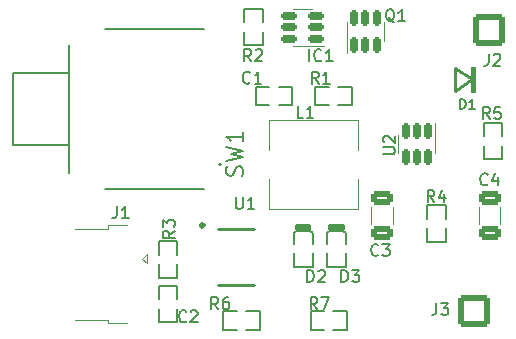
<source format=gto>
%TF.GenerationSoftware,KiCad,Pcbnew,(6.0.8)*%
%TF.CreationDate,2022-10-25T00:07:16-04:00*%
%TF.ProjectId,403_charger_v2,3430335f-6368-4617-9267-65725f76322e,rev?*%
%TF.SameCoordinates,Original*%
%TF.FileFunction,Legend,Top*%
%TF.FilePolarity,Positive*%
%FSLAX46Y46*%
G04 Gerber Fmt 4.6, Leading zero omitted, Abs format (unit mm)*
G04 Created by KiCad (PCBNEW (6.0.8)) date 2022-10-25 00:07:16*
%MOMM*%
%LPD*%
G01*
G04 APERTURE LIST*
G04 Aperture macros list*
%AMRoundRect*
0 Rectangle with rounded corners*
0 $1 Rounding radius*
0 $2 $3 $4 $5 $6 $7 $8 $9 X,Y pos of 4 corners*
0 Add a 4 corners polygon primitive as box body*
4,1,4,$2,$3,$4,$5,$6,$7,$8,$9,$2,$3,0*
0 Add four circle primitives for the rounded corners*
1,1,$1+$1,$2,$3*
1,1,$1+$1,$4,$5*
1,1,$1+$1,$6,$7*
1,1,$1+$1,$8,$9*
0 Add four rect primitives between the rounded corners*
20,1,$1+$1,$2,$3,$4,$5,0*
20,1,$1+$1,$4,$5,$6,$7,0*
20,1,$1+$1,$6,$7,$8,$9,0*
20,1,$1+$1,$8,$9,$2,$3,0*%
G04 Aperture macros list end*
%ADD10C,0.150000*%
%ADD11C,0.120000*%
%ADD12C,0.200000*%
%ADD13C,0.254000*%
%ADD14C,0.010000*%
%ADD15C,0.127000*%
%ADD16C,0.300000*%
%ADD17RoundRect,0.250000X0.650000X-0.325000X0.650000X0.325000X-0.650000X0.325000X-0.650000X-0.325000X0*%
%ADD18R,0.930000X0.980000*%
%ADD19R,1.650000X0.400000*%
%ADD20R,1.500000X2.000000*%
%ADD21R,2.000000X1.350000*%
%ADD22R,2.500000X1.430000*%
%ADD23O,1.500000X1.100000*%
%ADD24O,1.700000X1.350000*%
%ADD25R,0.700000X1.825000*%
%ADD26R,0.980000X0.930000*%
%ADD27R,1.600000X2.200000*%
%ADD28RoundRect,0.150000X0.150000X-0.512500X0.150000X0.512500X-0.150000X0.512500X-0.150000X-0.512500X0*%
%ADD29R,1.800000X1.700000*%
%ADD30RoundRect,0.150000X0.512500X0.150000X-0.512500X0.150000X-0.512500X-0.150000X0.512500X-0.150000X0*%
%ADD31R,2.775000X2.775000*%
%ADD32C,2.775000*%
%ADD33RoundRect,0.150000X-0.150000X0.512500X-0.150000X-0.512500X0.150000X-0.512500X0.150000X0.512500X0*%
%ADD34RoundRect,0.250000X1.125000X1.125000X-1.125000X1.125000X-1.125000X-1.125000X1.125000X-1.125000X0*%
%ADD35C,2.750000*%
%ADD36R,2.900000X4.000000*%
%ADD37O,1.600000X0.600000*%
%ADD38RoundRect,0.250000X-0.650000X0.325000X-0.650000X-0.325000X0.650000X-0.325000X0.650000X0.325000X0*%
G04 APERTURE END LIST*
D10*
%TO.C,C4*%
X174148333Y-73282142D02*
X174100714Y-73329761D01*
X173957857Y-73377380D01*
X173862619Y-73377380D01*
X173719761Y-73329761D01*
X173624523Y-73234523D01*
X173576904Y-73139285D01*
X173529285Y-72948809D01*
X173529285Y-72805952D01*
X173576904Y-72615476D01*
X173624523Y-72520238D01*
X173719761Y-72425000D01*
X173862619Y-72377380D01*
X173957857Y-72377380D01*
X174100714Y-72425000D01*
X174148333Y-72472619D01*
X175005476Y-72710714D02*
X175005476Y-73377380D01*
X174767380Y-72329761D02*
X174529285Y-73044047D01*
X175148333Y-73044047D01*
%TO.C,R7*%
X159733333Y-83877380D02*
X159400000Y-83401190D01*
X159161904Y-83877380D02*
X159161904Y-82877380D01*
X159542857Y-82877380D01*
X159638095Y-82925000D01*
X159685714Y-82972619D01*
X159733333Y-83067857D01*
X159733333Y-83210714D01*
X159685714Y-83305952D01*
X159638095Y-83353571D01*
X159542857Y-83401190D01*
X159161904Y-83401190D01*
X160066666Y-82877380D02*
X160733333Y-82877380D01*
X160304761Y-83877380D01*
%TO.C,J1*%
X142766666Y-75177380D02*
X142766666Y-75891666D01*
X142719047Y-76034523D01*
X142623809Y-76129761D01*
X142480952Y-76177380D01*
X142385714Y-76177380D01*
X143766666Y-76177380D02*
X143195238Y-76177380D01*
X143480952Y-76177380D02*
X143480952Y-75177380D01*
X143385714Y-75320238D01*
X143290476Y-75415476D01*
X143195238Y-75463095D01*
%TO.C,R2*%
X154133333Y-62877380D02*
X153800000Y-62401190D01*
X153561904Y-62877380D02*
X153561904Y-61877380D01*
X153942857Y-61877380D01*
X154038095Y-61925000D01*
X154085714Y-61972619D01*
X154133333Y-62067857D01*
X154133333Y-62210714D01*
X154085714Y-62305952D01*
X154038095Y-62353571D01*
X153942857Y-62401190D01*
X153561904Y-62401190D01*
X154514285Y-61972619D02*
X154561904Y-61925000D01*
X154657142Y-61877380D01*
X154895238Y-61877380D01*
X154990476Y-61925000D01*
X155038095Y-61972619D01*
X155085714Y-62067857D01*
X155085714Y-62163095D01*
X155038095Y-62305952D01*
X154466666Y-62877380D01*
X155085714Y-62877380D01*
%TO.C,L1*%
X158533333Y-67677380D02*
X158057142Y-67677380D01*
X158057142Y-66677380D01*
X159390476Y-67677380D02*
X158819047Y-67677380D01*
X159104761Y-67677380D02*
X159104761Y-66677380D01*
X159009523Y-66820238D01*
X158914285Y-66915476D01*
X158819047Y-66963095D01*
%TO.C,Q1*%
X166254761Y-59572619D02*
X166159523Y-59525000D01*
X166064285Y-59429761D01*
X165921428Y-59286904D01*
X165826190Y-59239285D01*
X165730952Y-59239285D01*
X165778571Y-59477380D02*
X165683333Y-59429761D01*
X165588095Y-59334523D01*
X165540476Y-59144047D01*
X165540476Y-58810714D01*
X165588095Y-58620238D01*
X165683333Y-58525000D01*
X165778571Y-58477380D01*
X165969047Y-58477380D01*
X166064285Y-58525000D01*
X166159523Y-58620238D01*
X166207142Y-58810714D01*
X166207142Y-59144047D01*
X166159523Y-59334523D01*
X166064285Y-59429761D01*
X165969047Y-59477380D01*
X165778571Y-59477380D01*
X167159523Y-59477380D02*
X166588095Y-59477380D01*
X166873809Y-59477380D02*
X166873809Y-58477380D01*
X166778571Y-58620238D01*
X166683333Y-58715476D01*
X166588095Y-58763095D01*
%TO.C,R4*%
X169633333Y-74797380D02*
X169300000Y-74321190D01*
X169061904Y-74797380D02*
X169061904Y-73797380D01*
X169442857Y-73797380D01*
X169538095Y-73845000D01*
X169585714Y-73892619D01*
X169633333Y-73987857D01*
X169633333Y-74130714D01*
X169585714Y-74225952D01*
X169538095Y-74273571D01*
X169442857Y-74321190D01*
X169061904Y-74321190D01*
X170490476Y-74130714D02*
X170490476Y-74797380D01*
X170252380Y-73749761D02*
X170014285Y-74464047D01*
X170633333Y-74464047D01*
%TO.C,D1*%
X171827273Y-66903904D02*
X171827273Y-66103904D01*
X172017750Y-66103904D01*
X172132035Y-66142000D01*
X172208226Y-66218190D01*
X172246321Y-66294380D01*
X172284416Y-66446761D01*
X172284416Y-66561047D01*
X172246321Y-66713428D01*
X172208226Y-66789619D01*
X172132035Y-66865809D01*
X172017750Y-66903904D01*
X171827273Y-66903904D01*
X173046321Y-66903904D02*
X172589178Y-66903904D01*
X172817750Y-66903904D02*
X172817750Y-66103904D01*
X172741559Y-66218190D01*
X172665369Y-66294380D01*
X172589178Y-66332476D01*
%TO.C,IC1*%
X159023809Y-62877380D02*
X159023809Y-61877380D01*
X160071428Y-62782142D02*
X160023809Y-62829761D01*
X159880952Y-62877380D01*
X159785714Y-62877380D01*
X159642857Y-62829761D01*
X159547619Y-62734523D01*
X159500000Y-62639285D01*
X159452380Y-62448809D01*
X159452380Y-62305952D01*
X159500000Y-62115476D01*
X159547619Y-62020238D01*
X159642857Y-61925000D01*
X159785714Y-61877380D01*
X159880952Y-61877380D01*
X160023809Y-61925000D01*
X160071428Y-61972619D01*
X161023809Y-62877380D02*
X160452380Y-62877380D01*
X160738095Y-62877380D02*
X160738095Y-61877380D01*
X160642857Y-62020238D01*
X160547619Y-62115476D01*
X160452380Y-62163095D01*
%TO.C,SW1*%
X153366666Y-72591666D02*
X153433333Y-72391666D01*
X153433333Y-72058333D01*
X153366666Y-71925000D01*
X153300000Y-71858333D01*
X153166666Y-71791666D01*
X153033333Y-71791666D01*
X152900000Y-71858333D01*
X152833333Y-71925000D01*
X152766666Y-72058333D01*
X152700000Y-72325000D01*
X152633333Y-72458333D01*
X152566666Y-72525000D01*
X152433333Y-72591666D01*
X152300000Y-72591666D01*
X152166666Y-72525000D01*
X152100000Y-72458333D01*
X152033333Y-72325000D01*
X152033333Y-71991666D01*
X152100000Y-71791666D01*
X152033333Y-71325000D02*
X153433333Y-70991666D01*
X152433333Y-70725000D01*
X153433333Y-70458333D01*
X152033333Y-70125000D01*
X153433333Y-68858333D02*
X153433333Y-69658333D01*
X153433333Y-69258333D02*
X152033333Y-69258333D01*
X152233333Y-69391666D01*
X152366666Y-69525000D01*
X152433333Y-69658333D01*
%TO.C,R5*%
X174333333Y-67777380D02*
X174000000Y-67301190D01*
X173761904Y-67777380D02*
X173761904Y-66777380D01*
X174142857Y-66777380D01*
X174238095Y-66825000D01*
X174285714Y-66872619D01*
X174333333Y-66967857D01*
X174333333Y-67110714D01*
X174285714Y-67205952D01*
X174238095Y-67253571D01*
X174142857Y-67301190D01*
X173761904Y-67301190D01*
X175238095Y-66777380D02*
X174761904Y-66777380D01*
X174714285Y-67253571D01*
X174761904Y-67205952D01*
X174857142Y-67158333D01*
X175095238Y-67158333D01*
X175190476Y-67205952D01*
X175238095Y-67253571D01*
X175285714Y-67348809D01*
X175285714Y-67586904D01*
X175238095Y-67682142D01*
X175190476Y-67729761D01*
X175095238Y-67777380D01*
X174857142Y-67777380D01*
X174761904Y-67729761D01*
X174714285Y-67682142D01*
%TO.C,U2*%
X165302380Y-70749404D02*
X166111904Y-70749404D01*
X166207142Y-70701785D01*
X166254761Y-70654166D01*
X166302380Y-70558928D01*
X166302380Y-70368452D01*
X166254761Y-70273214D01*
X166207142Y-70225595D01*
X166111904Y-70177976D01*
X165302380Y-70177976D01*
X165397619Y-69749404D02*
X165350000Y-69701785D01*
X165302380Y-69606547D01*
X165302380Y-69368452D01*
X165350000Y-69273214D01*
X165397619Y-69225595D01*
X165492857Y-69177976D01*
X165588095Y-69177976D01*
X165730952Y-69225595D01*
X166302380Y-69797023D01*
X166302380Y-69177976D01*
%TO.C,J3*%
X169816666Y-83352380D02*
X169816666Y-84066666D01*
X169769047Y-84209523D01*
X169673809Y-84304761D01*
X169530952Y-84352380D01*
X169435714Y-84352380D01*
X170197619Y-83352380D02*
X170816666Y-83352380D01*
X170483333Y-83733333D01*
X170626190Y-83733333D01*
X170721428Y-83780952D01*
X170769047Y-83828571D01*
X170816666Y-83923809D01*
X170816666Y-84161904D01*
X170769047Y-84257142D01*
X170721428Y-84304761D01*
X170626190Y-84352380D01*
X170340476Y-84352380D01*
X170245238Y-84304761D01*
X170197619Y-84257142D01*
%TO.C,C1*%
X154033333Y-64682142D02*
X153985714Y-64729761D01*
X153842857Y-64777380D01*
X153747619Y-64777380D01*
X153604761Y-64729761D01*
X153509523Y-64634523D01*
X153461904Y-64539285D01*
X153414285Y-64348809D01*
X153414285Y-64205952D01*
X153461904Y-64015476D01*
X153509523Y-63920238D01*
X153604761Y-63825000D01*
X153747619Y-63777380D01*
X153842857Y-63777380D01*
X153985714Y-63825000D01*
X154033333Y-63872619D01*
X154985714Y-64777380D02*
X154414285Y-64777380D01*
X154700000Y-64777380D02*
X154700000Y-63777380D01*
X154604761Y-63920238D01*
X154509523Y-64015476D01*
X154414285Y-64063095D01*
%TO.C,U1*%
X152838095Y-74377380D02*
X152838095Y-75186904D01*
X152885714Y-75282142D01*
X152933333Y-75329761D01*
X153028571Y-75377380D01*
X153219047Y-75377380D01*
X153314285Y-75329761D01*
X153361904Y-75282142D01*
X153409523Y-75186904D01*
X153409523Y-74377380D01*
X154409523Y-75377380D02*
X153838095Y-75377380D01*
X154123809Y-75377380D02*
X154123809Y-74377380D01*
X154028571Y-74520238D01*
X153933333Y-74615476D01*
X153838095Y-74663095D01*
%TO.C,D2*%
X158861904Y-81577380D02*
X158861904Y-80577380D01*
X159100000Y-80577380D01*
X159242857Y-80625000D01*
X159338095Y-80720238D01*
X159385714Y-80815476D01*
X159433333Y-81005952D01*
X159433333Y-81148809D01*
X159385714Y-81339285D01*
X159338095Y-81434523D01*
X159242857Y-81529761D01*
X159100000Y-81577380D01*
X158861904Y-81577380D01*
X159814285Y-80672619D02*
X159861904Y-80625000D01*
X159957142Y-80577380D01*
X160195238Y-80577380D01*
X160290476Y-80625000D01*
X160338095Y-80672619D01*
X160385714Y-80767857D01*
X160385714Y-80863095D01*
X160338095Y-81005952D01*
X159766666Y-81577380D01*
X160385714Y-81577380D01*
%TO.C,R1*%
X159833333Y-64777380D02*
X159500000Y-64301190D01*
X159261904Y-64777380D02*
X159261904Y-63777380D01*
X159642857Y-63777380D01*
X159738095Y-63825000D01*
X159785714Y-63872619D01*
X159833333Y-63967857D01*
X159833333Y-64110714D01*
X159785714Y-64205952D01*
X159738095Y-64253571D01*
X159642857Y-64301190D01*
X159261904Y-64301190D01*
X160785714Y-64777380D02*
X160214285Y-64777380D01*
X160500000Y-64777380D02*
X160500000Y-63777380D01*
X160404761Y-63920238D01*
X160309523Y-64015476D01*
X160214285Y-64063095D01*
%TO.C,R3*%
X147652380Y-77236666D02*
X147176190Y-77570000D01*
X147652380Y-77808095D02*
X146652380Y-77808095D01*
X146652380Y-77427142D01*
X146700000Y-77331904D01*
X146747619Y-77284285D01*
X146842857Y-77236666D01*
X146985714Y-77236666D01*
X147080952Y-77284285D01*
X147128571Y-77331904D01*
X147176190Y-77427142D01*
X147176190Y-77808095D01*
X146652380Y-76903333D02*
X146652380Y-76284285D01*
X147033333Y-76617619D01*
X147033333Y-76474761D01*
X147080952Y-76379523D01*
X147128571Y-76331904D01*
X147223809Y-76284285D01*
X147461904Y-76284285D01*
X147557142Y-76331904D01*
X147604761Y-76379523D01*
X147652380Y-76474761D01*
X147652380Y-76760476D01*
X147604761Y-76855714D01*
X147557142Y-76903333D01*
%TO.C,C3*%
X164908333Y-79282142D02*
X164860714Y-79329761D01*
X164717857Y-79377380D01*
X164622619Y-79377380D01*
X164479761Y-79329761D01*
X164384523Y-79234523D01*
X164336904Y-79139285D01*
X164289285Y-78948809D01*
X164289285Y-78805952D01*
X164336904Y-78615476D01*
X164384523Y-78520238D01*
X164479761Y-78425000D01*
X164622619Y-78377380D01*
X164717857Y-78377380D01*
X164860714Y-78425000D01*
X164908333Y-78472619D01*
X165241666Y-78377380D02*
X165860714Y-78377380D01*
X165527380Y-78758333D01*
X165670238Y-78758333D01*
X165765476Y-78805952D01*
X165813095Y-78853571D01*
X165860714Y-78948809D01*
X165860714Y-79186904D01*
X165813095Y-79282142D01*
X165765476Y-79329761D01*
X165670238Y-79377380D01*
X165384523Y-79377380D01*
X165289285Y-79329761D01*
X165241666Y-79282142D01*
%TO.C,R6*%
X151333333Y-83877380D02*
X151000000Y-83401190D01*
X150761904Y-83877380D02*
X150761904Y-82877380D01*
X151142857Y-82877380D01*
X151238095Y-82925000D01*
X151285714Y-82972619D01*
X151333333Y-83067857D01*
X151333333Y-83210714D01*
X151285714Y-83305952D01*
X151238095Y-83353571D01*
X151142857Y-83401190D01*
X150761904Y-83401190D01*
X152190476Y-82877380D02*
X152000000Y-82877380D01*
X151904761Y-82925000D01*
X151857142Y-82972619D01*
X151761904Y-83115476D01*
X151714285Y-83305952D01*
X151714285Y-83686904D01*
X151761904Y-83782142D01*
X151809523Y-83829761D01*
X151904761Y-83877380D01*
X152095238Y-83877380D01*
X152190476Y-83829761D01*
X152238095Y-83782142D01*
X152285714Y-83686904D01*
X152285714Y-83448809D01*
X152238095Y-83353571D01*
X152190476Y-83305952D01*
X152095238Y-83258333D01*
X151904761Y-83258333D01*
X151809523Y-83305952D01*
X151761904Y-83353571D01*
X151714285Y-83448809D01*
%TO.C,D3*%
X161761904Y-81577380D02*
X161761904Y-80577380D01*
X162000000Y-80577380D01*
X162142857Y-80625000D01*
X162238095Y-80720238D01*
X162285714Y-80815476D01*
X162333333Y-81005952D01*
X162333333Y-81148809D01*
X162285714Y-81339285D01*
X162238095Y-81434523D01*
X162142857Y-81529761D01*
X162000000Y-81577380D01*
X161761904Y-81577380D01*
X162666666Y-80577380D02*
X163285714Y-80577380D01*
X162952380Y-80958333D01*
X163095238Y-80958333D01*
X163190476Y-81005952D01*
X163238095Y-81053571D01*
X163285714Y-81148809D01*
X163285714Y-81386904D01*
X163238095Y-81482142D01*
X163190476Y-81529761D01*
X163095238Y-81577380D01*
X162809523Y-81577380D01*
X162714285Y-81529761D01*
X162666666Y-81482142D01*
%TO.C,J2*%
X174224523Y-62257380D02*
X174224523Y-62971666D01*
X174176904Y-63114523D01*
X174081666Y-63209761D01*
X173938809Y-63257380D01*
X173843571Y-63257380D01*
X174653095Y-62352619D02*
X174700714Y-62305000D01*
X174795952Y-62257380D01*
X175034047Y-62257380D01*
X175129285Y-62305000D01*
X175176904Y-62352619D01*
X175224523Y-62447857D01*
X175224523Y-62543095D01*
X175176904Y-62685952D01*
X174605476Y-63257380D01*
X175224523Y-63257380D01*
%TO.C,C2*%
X148633333Y-84882142D02*
X148585714Y-84929761D01*
X148442857Y-84977380D01*
X148347619Y-84977380D01*
X148204761Y-84929761D01*
X148109523Y-84834523D01*
X148061904Y-84739285D01*
X148014285Y-84548809D01*
X148014285Y-84405952D01*
X148061904Y-84215476D01*
X148109523Y-84120238D01*
X148204761Y-84025000D01*
X148347619Y-83977380D01*
X148442857Y-83977380D01*
X148585714Y-84025000D01*
X148633333Y-84072619D01*
X149014285Y-84072619D02*
X149061904Y-84025000D01*
X149157142Y-83977380D01*
X149395238Y-83977380D01*
X149490476Y-84025000D01*
X149538095Y-84072619D01*
X149585714Y-84167857D01*
X149585714Y-84263095D01*
X149538095Y-84405952D01*
X148966666Y-84977380D01*
X149585714Y-84977380D01*
D11*
%TO.C,C4*%
X175225000Y-76636252D02*
X175225000Y-75213748D01*
X173405000Y-76636252D02*
X173405000Y-75213748D01*
D12*
%TO.C,R7*%
X159165000Y-85615000D02*
X160300000Y-85615000D01*
X162235000Y-85615000D02*
X162235000Y-84035000D01*
X161100000Y-84035000D02*
X162235000Y-84035000D01*
X161100000Y-85615000D02*
X162235000Y-85615000D01*
X159165000Y-84035000D02*
X160300000Y-84035000D01*
X159165000Y-85615000D02*
X159165000Y-84035000D01*
D11*
%TO.C,J1*%
X144850000Y-79600000D02*
X145300000Y-79200000D01*
X145300000Y-80000000D02*
X144850000Y-79600000D01*
X139250000Y-77050000D02*
X142050000Y-77050000D01*
X142050000Y-84750000D02*
X142050000Y-85050000D01*
X142050000Y-76750000D02*
X142050000Y-77050000D01*
X142050000Y-85050000D02*
X143600000Y-85050000D01*
X139250000Y-84750000D02*
X142050000Y-84750000D01*
X142050000Y-76750000D02*
X143600000Y-76750000D01*
X145300000Y-79200000D02*
X145300000Y-80000000D01*
D12*
%TO.C,R2*%
X153510000Y-58450000D02*
X155090000Y-58450000D01*
X155090000Y-60385000D02*
X155090000Y-61520000D01*
X153510000Y-60385000D02*
X153510000Y-61520000D01*
X153510000Y-58450000D02*
X153510000Y-59585000D01*
X153510000Y-61520000D02*
X155090000Y-61520000D01*
X155090000Y-58450000D02*
X155090000Y-59585000D01*
D11*
%TO.C,L1*%
X163200000Y-67825000D02*
X163200000Y-70375000D01*
X163200000Y-75425000D02*
X155600000Y-75425000D01*
X155600000Y-67825000D02*
X163200000Y-67825000D01*
X155600000Y-70375000D02*
X155600000Y-67825000D01*
X163200000Y-72875000D02*
X163200000Y-75425000D01*
X155600000Y-75425000D02*
X155600000Y-72875000D01*
%TO.C,Q1*%
X165360000Y-60375000D02*
X165360000Y-61175000D01*
X165360000Y-60375000D02*
X165360000Y-59575000D01*
X162240000Y-60375000D02*
X162240000Y-62175000D01*
X162240000Y-60375000D02*
X162240000Y-59575000D01*
D12*
%TO.C,R4*%
X170590000Y-78150000D02*
X169010000Y-78150000D01*
X170590000Y-75080000D02*
X169010000Y-75080000D01*
X170590000Y-78150000D02*
X170590000Y-77015000D01*
X170590000Y-76215000D02*
X170590000Y-75080000D01*
X169010000Y-76215000D02*
X169010000Y-75080000D01*
X169010000Y-78150000D02*
X169010000Y-77015000D01*
D13*
%TO.C,D1*%
X171413750Y-63475000D02*
X172863750Y-64425000D01*
X172863750Y-64425000D02*
X171413750Y-65375000D01*
X171413750Y-65375000D02*
X171413750Y-63475000D01*
G36*
X173063750Y-65475000D02*
G01*
X172763750Y-65475000D01*
X172763750Y-63375000D01*
X173063750Y-63375000D01*
X173063750Y-65475000D01*
G37*
D14*
X173063750Y-65475000D02*
X172763750Y-65475000D01*
X172763750Y-63375000D01*
X173063750Y-63375000D01*
X173063750Y-65475000D01*
D11*
%TO.C,IC1*%
X158500000Y-58465000D02*
X157700000Y-58465000D01*
X158500000Y-61585000D02*
X160300000Y-61585000D01*
X158500000Y-58465000D02*
X159300000Y-58465000D01*
X158500000Y-61585000D02*
X157700000Y-61585000D01*
D15*
%TO.C,SW1*%
X133967500Y-63875000D02*
X138682500Y-63875000D01*
X138682500Y-69975000D02*
X133967500Y-69975000D01*
X141793500Y-73710000D02*
X150157500Y-73710000D01*
X133967500Y-69975000D02*
X133967500Y-63875000D01*
X141793500Y-60140000D02*
X150157500Y-60140000D01*
X138687500Y-72325000D02*
X138687500Y-61525000D01*
D12*
X151607500Y-71625000D02*
G75*
G03*
X151607500Y-71625000I-100000J0D01*
G01*
%TO.C,R5*%
X173810000Y-69225000D02*
X173810000Y-68090000D01*
X175390000Y-68090000D02*
X173810000Y-68090000D01*
X175390000Y-71160000D02*
X173810000Y-71160000D01*
X175390000Y-71160000D02*
X175390000Y-70025000D01*
X173810000Y-71160000D02*
X173810000Y-70025000D01*
X175390000Y-69225000D02*
X175390000Y-68090000D01*
D11*
%TO.C,U2*%
X169710000Y-69887500D02*
X169710000Y-70687500D01*
X166590000Y-69887500D02*
X166590000Y-70687500D01*
X169710000Y-69887500D02*
X169710000Y-68087500D01*
X166590000Y-69887500D02*
X166590000Y-69087500D01*
D12*
%TO.C,C1*%
X154525000Y-65035000D02*
X155660000Y-65035000D01*
X154525000Y-66615000D02*
X154525000Y-65035000D01*
X154525000Y-66615000D02*
X155660000Y-66615000D01*
X156460000Y-66615000D02*
X157595000Y-66615000D01*
X156460000Y-65035000D02*
X157595000Y-65035000D01*
X157595000Y-66615000D02*
X157595000Y-65035000D01*
D13*
%TO.C,U1*%
X151280000Y-77055000D02*
X154380000Y-77055000D01*
X151280000Y-81855000D02*
X154380000Y-81855000D01*
D16*
X150130000Y-76755000D02*
G75*
G03*
X150130000Y-76755000I-150000J0D01*
G01*
D12*
%TO.C,D2*%
X157759000Y-80291600D02*
X159339000Y-80291600D01*
X157759000Y-79156600D02*
X157759000Y-80291600D01*
X159339000Y-77456600D02*
X159339000Y-78356600D01*
X159339000Y-79156600D02*
X159339000Y-80291600D01*
X157952000Y-77256600D02*
X157759000Y-77456600D01*
X157759000Y-77456600D02*
X157759000Y-78356600D01*
X159146000Y-77256600D02*
X159339000Y-77456600D01*
X157952000Y-77256600D02*
X159146000Y-77256600D01*
G36*
X159149000Y-77081600D02*
G01*
X157949000Y-77081600D01*
X157949000Y-76781600D01*
X159149000Y-76781600D01*
X159149000Y-77081600D01*
G37*
D10*
X159149000Y-77081600D02*
X157949000Y-77081600D01*
X157949000Y-76781600D01*
X159149000Y-76781600D01*
X159149000Y-77081600D01*
D12*
%TO.C,R1*%
X160710000Y-66615000D02*
X159575000Y-66615000D01*
X162645000Y-65035000D02*
X162645000Y-66615000D01*
X162645000Y-65035000D02*
X161510000Y-65035000D01*
X159575000Y-65035000D02*
X159575000Y-66615000D01*
X160710000Y-65035000D02*
X159575000Y-65035000D01*
X162645000Y-66615000D02*
X161510000Y-66615000D01*
%TO.C,R3*%
X147890000Y-78135000D02*
X146310000Y-78135000D01*
X146310000Y-81205000D02*
X146310000Y-80070000D01*
X147890000Y-81205000D02*
X147890000Y-80070000D01*
X147890000Y-81205000D02*
X146310000Y-81205000D01*
X147890000Y-79270000D02*
X147890000Y-78135000D01*
X146310000Y-79270000D02*
X146310000Y-78135000D01*
D11*
%TO.C,C3*%
X164290000Y-75213748D02*
X164290000Y-76636252D01*
X166110000Y-75213748D02*
X166110000Y-76636252D01*
D12*
%TO.C,R6*%
X153700000Y-85615000D02*
X154835000Y-85615000D01*
X151765000Y-85615000D02*
X152900000Y-85615000D01*
X151765000Y-84035000D02*
X152900000Y-84035000D01*
X154835000Y-85615000D02*
X154835000Y-84035000D01*
X153700000Y-84035000D02*
X154835000Y-84035000D01*
X151765000Y-85615000D02*
X151765000Y-84035000D01*
%TO.C,D3*%
X160559000Y-77456600D02*
X160559000Y-78356600D01*
X160559000Y-79156600D02*
X160559000Y-80291600D01*
X160559000Y-80291600D02*
X162139000Y-80291600D01*
X160752000Y-77256600D02*
X160559000Y-77456600D01*
X160752000Y-77256600D02*
X161946000Y-77256600D01*
X161946000Y-77256600D02*
X162139000Y-77456600D01*
X162139000Y-79156600D02*
X162139000Y-80291600D01*
X162139000Y-77456600D02*
X162139000Y-78356600D01*
G36*
X161949000Y-77081600D02*
G01*
X160749000Y-77081600D01*
X160749000Y-76781600D01*
X161949000Y-76781600D01*
X161949000Y-77081600D01*
G37*
D10*
X161949000Y-77081600D02*
X160749000Y-77081600D01*
X160749000Y-76781600D01*
X161949000Y-76781600D01*
X161949000Y-77081600D01*
D12*
%TO.C,C2*%
X147890000Y-81920000D02*
X147890000Y-83055000D01*
X146310000Y-84990000D02*
X147890000Y-84990000D01*
X147890000Y-83855000D02*
X147890000Y-84990000D01*
X146310000Y-81920000D02*
X147890000Y-81920000D01*
X146310000Y-81920000D02*
X146310000Y-83055000D01*
X146310000Y-83855000D02*
X146310000Y-84990000D01*
%TD*%
%LPC*%
D17*
%TO.C,C4*%
X174315000Y-77400000D03*
X174315000Y-74450000D03*
%TD*%
D18*
%TO.C,R7*%
X159930000Y-84825000D03*
X161470000Y-84825000D03*
%TD*%
D19*
%TO.C,J1*%
X143750000Y-79600000D03*
X143750000Y-80250000D03*
X143750000Y-80900000D03*
X143750000Y-81550000D03*
X143750000Y-82200000D03*
D20*
X143870000Y-83800000D03*
D21*
X141800000Y-83650000D03*
D22*
X140600000Y-79940000D03*
D20*
X143850000Y-78050000D03*
D23*
X143870000Y-83320000D03*
D24*
X140870000Y-78170000D03*
D21*
X141800000Y-78170000D03*
D25*
X142550000Y-83900000D03*
D23*
X143870000Y-78480000D03*
D24*
X140870000Y-83630000D03*
D25*
X142550000Y-77950000D03*
D22*
X140600000Y-81860000D03*
%TD*%
D26*
%TO.C,R2*%
X154300000Y-59215000D03*
X154300000Y-60755000D03*
%TD*%
D27*
%TO.C,L1*%
X162600000Y-71625000D03*
X156200000Y-71625000D03*
%TD*%
D28*
%TO.C,Q1*%
X162850000Y-61512500D03*
X163800000Y-61512500D03*
X164750000Y-61512500D03*
X164750000Y-59237500D03*
X163800000Y-59237500D03*
X162850000Y-59237500D03*
%TD*%
D26*
%TO.C,R4*%
X169800000Y-77385000D03*
X169800000Y-75845000D03*
%TD*%
D29*
%TO.C,D1*%
X169537500Y-64425000D03*
X174590000Y-64425000D03*
%TD*%
D30*
%TO.C,IC1*%
X159637500Y-60975000D03*
X159637500Y-60025000D03*
X159637500Y-59075000D03*
X157362500Y-59075000D03*
X157362500Y-60025000D03*
X157362500Y-60975000D03*
%TD*%
D31*
%TO.C,SW1*%
X149522500Y-71625000D03*
D32*
X149522500Y-66925000D03*
X149522500Y-62225000D03*
X139992500Y-73530000D03*
X139992500Y-60320000D03*
%TD*%
D26*
%TO.C,R5*%
X174600000Y-70395000D03*
X174600000Y-68855000D03*
%TD*%
D33*
%TO.C,U2*%
X169100000Y-68750000D03*
X168150000Y-68750000D03*
X167200000Y-68750000D03*
X167200000Y-71025000D03*
X168150000Y-71025000D03*
X169100000Y-71025000D03*
%TD*%
D34*
%TO.C,J3*%
X173000000Y-84000000D03*
D35*
X167600000Y-84000000D03*
%TD*%
D18*
%TO.C,C1*%
X155290000Y-65825000D03*
X156830000Y-65825000D03*
%TD*%
D36*
%TO.C,U1*%
X152880000Y-79455000D03*
D37*
X150280000Y-77550000D03*
X150280000Y-78820000D03*
X150280000Y-80090000D03*
X150280000Y-81360000D03*
X155480000Y-81360000D03*
X155480000Y-80090000D03*
X155480000Y-78820000D03*
X155480000Y-77550000D03*
%TD*%
D26*
%TO.C,D2*%
X158549000Y-79526600D03*
X158549000Y-77986600D03*
%TD*%
D18*
%TO.C,R1*%
X161880000Y-65825000D03*
X160340000Y-65825000D03*
%TD*%
D26*
%TO.C,R3*%
X147100000Y-80440000D03*
X147100000Y-78900000D03*
%TD*%
D38*
%TO.C,C3*%
X165200000Y-74450000D03*
X165200000Y-77400000D03*
%TD*%
D18*
%TO.C,R6*%
X152530000Y-84825000D03*
X154070000Y-84825000D03*
%TD*%
D26*
%TO.C,D3*%
X161349000Y-79526600D03*
X161349000Y-77986600D03*
%TD*%
D34*
%TO.C,J2*%
X174250000Y-60225000D03*
D35*
X168850000Y-60225000D03*
%TD*%
D26*
%TO.C,C2*%
X147100000Y-82685000D03*
X147100000Y-84225000D03*
%TD*%
M02*

</source>
